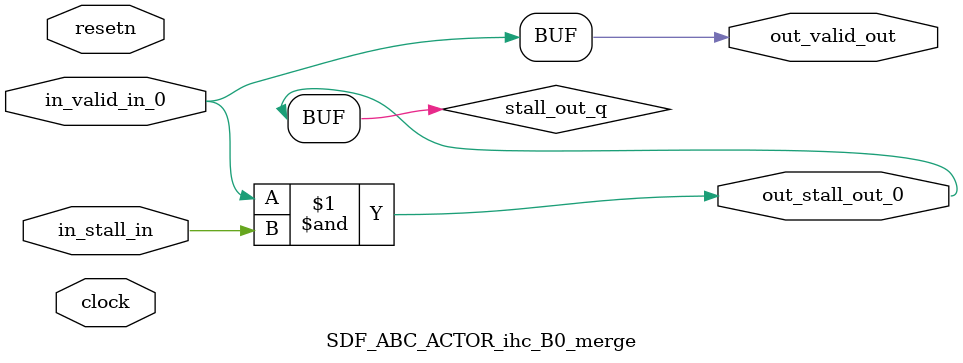
<source format=sv>



(* altera_attribute = "-name AUTO_SHIFT_REGISTER_RECOGNITION OFF; -name MESSAGE_DISABLE 10036; -name MESSAGE_DISABLE 10037; -name MESSAGE_DISABLE 14130; -name MESSAGE_DISABLE 14320; -name MESSAGE_DISABLE 15400; -name MESSAGE_DISABLE 14130; -name MESSAGE_DISABLE 10036; -name MESSAGE_DISABLE 12020; -name MESSAGE_DISABLE 12030; -name MESSAGE_DISABLE 12010; -name MESSAGE_DISABLE 12110; -name MESSAGE_DISABLE 14320; -name MESSAGE_DISABLE 13410; -name MESSAGE_DISABLE 113007; -name MESSAGE_DISABLE 10958" *)
module SDF_ABC_ACTOR_ihc_B0_merge (
    input wire [0:0] in_stall_in,
    input wire [0:0] in_valid_in_0,
    output wire [0:0] out_stall_out_0,
    output wire [0:0] out_valid_out,
    input wire clock,
    input wire resetn
    );

    wire [0:0] stall_out_q;


    // stall_out(LOGICAL,6)
    assign stall_out_q = in_valid_in_0 & in_stall_in;

    // out_stall_out_0(GPOUT,4)
    assign out_stall_out_0 = stall_out_q;

    // out_valid_out(GPOUT,5)
    assign out_valid_out = in_valid_in_0;

endmodule

</source>
